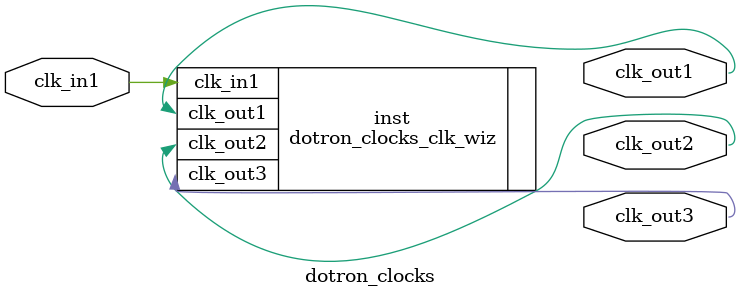
<source format=v>


`timescale 1ps/1ps

(* CORE_GENERATION_INFO = "dotron_clocks,clk_wiz_v6_0_11_0_0,{component_name=dotron_clocks,use_phase_alignment=true,use_min_o_jitter=false,use_max_i_jitter=false,use_dyn_phase_shift=false,use_inclk_switchover=false,use_dyn_reconfig=false,enable_axi=0,feedback_source=FDBK_AUTO,PRIMITIVE=MMCM,num_out_clk=3,clkin1_period=20.0,clkin2_period=10.0,use_power_down=false,use_reset=false,use_locked=false,use_inclk_stopped=false,feedback_type=SINGLE,CLOCK_MGR_TYPE=NA,manual_override=false}" *)

module dotron_clocks 
 (
  // Clock out ports
  output        clk_out1,
  output        clk_out2,
  output        clk_out3,
 // Clock in ports
  input         clk_in1
 );

  dotron_clocks_clk_wiz inst
  (
  // Clock out ports  
  .clk_out1(clk_out1),
  .clk_out2(clk_out2),
  .clk_out3(clk_out3),
 // Clock in ports
  .clk_in1(clk_in1)
  );

endmodule

</source>
